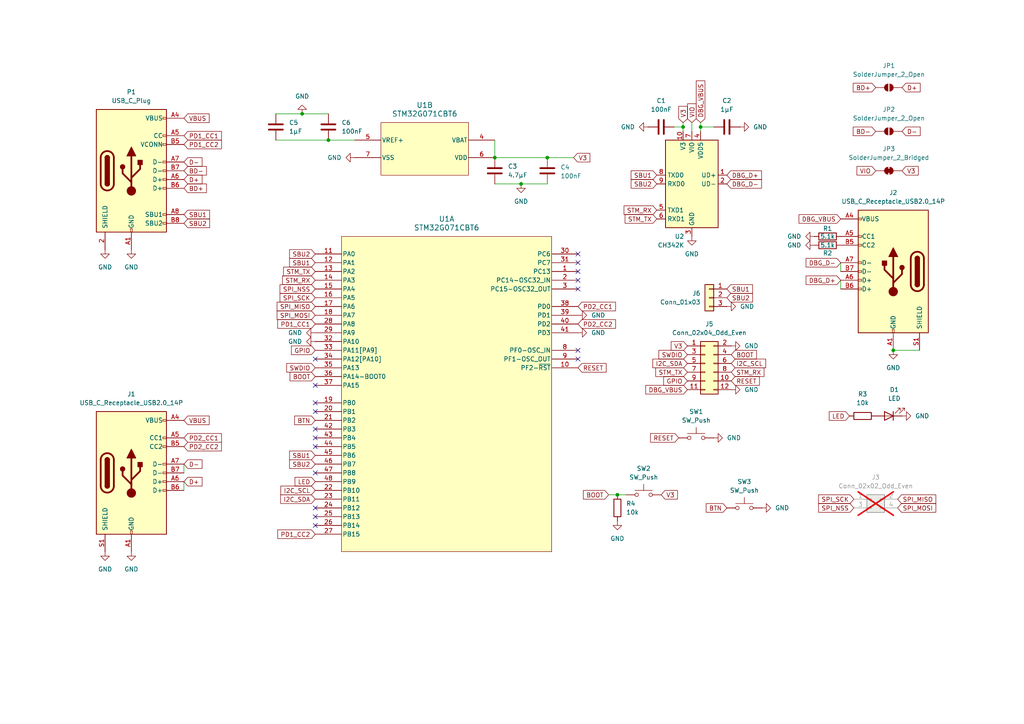
<source format=kicad_sch>
(kicad_sch (version 20231120) (generator "eeschema") (generator_version "8.0")
  (paper "A4")
  (lib_symbols
    (symbol "Connector:USB_C_Plug" (pin_names (offset 1.016))
      (property "Reference" "P1" (at 0 33.02 0))
      (property "Value" "USB_C_Plug" (at 0 30.48 0))
      (symbol "USB_C_Plug_0_0"
        (rectangle (start -0.254 -6.604) (end 0.254 -7.62))
        (rectangle (start 9.144 5.334) (end 10.16 4.826))
        (rectangle (start 9.144 7.874) (end 10.16 7.366))
        (rectangle (start 9.144 10.414) (end 10.16 9.906))
        (rectangle (start 9.144 12.954) (end 10.16 12.446))
        (rectangle (start 9.144 18.034) (end 10.16 17.526))
        (rectangle (start 10.16 -4.826) (end 9.144 -5.334))
        (rectangle (start 10.16 -2.286) (end 9.144 -2.794))
        (rectangle (start 10.16 20.574) (end 9.144 20.066))
        (rectangle (start 10.16 25.654) (end 9.144 25.146))
      )
      (symbol "USB_C_Plug_0_1"
        (rectangle (start -10.16 27.94) (end 10.16 -7.62) (stroke (width 0.254)) (fill (type background)))
        (arc (start -8.89 6.35) (mid -6.985 4.4533) (end -5.08 6.35) (stroke (width 0.508)))
        (arc (start -7.62 6.35) (mid -6.985 5.7177) (end -6.35 6.35) (stroke (width 0.254)))
        (arc (start -7.62 6.35) (mid -6.985 5.7177) (end -6.35 6.35) (stroke (width 0.254)) (fill (type outline)))
        (rectangle (start -7.62 6.35) (end -6.35 13.97) (stroke (width 0.254)) (fill (type outline)))
        (arc (start -6.35 13.97) (mid -6.985 14.6023) (end -7.62 13.97) (stroke (width 0.254)))
        (arc (start -6.35 13.97) (mid -6.985 14.6023) (end -7.62 13.97) (stroke (width 0.254)) (fill (type outline)))
        (arc (start -5.08 13.97) (mid -6.985 15.8667) (end -8.89 13.97) (stroke (width 0.508)))
        (polyline (pts (xy -8.89 6.35) (xy -8.89 13.97)) (stroke (width 0.508)))
        (polyline (pts (xy -5.08 13.97) (xy -5.08 6.35)) (stroke (width 0.508)))
      )
      (symbol "USB_C_Plug_1_1"
        (circle (center -2.54 11.303) (radius 0.635) (stroke (width 0.254)) (fill (type outline)))
        (polyline (pts (xy 0 4.318) (xy 0 14.478)) (stroke (width 0.508)))
        (polyline (pts (xy 0 6.858) (xy -2.54 9.398) (xy -2.54 10.668)) (stroke (width 0.508)))
        (polyline (pts (xy 0 8.128) (xy 2.54 10.668) (xy 2.54 11.938)) (stroke (width 0.508)))
        (polyline (pts (xy -1.27 14.478) (xy 0 17.018) (xy 1.27 14.478) (xy -1.27 14.478)) (stroke (width 0.254)) (fill (type outline)))
        (circle (center 0 4.318) (radius 1.27) (fill (type outline)))
        (rectangle (start 1.905 11.938) (end 3.175 13.208) (stroke (width 0.254)) (fill (type outline)))
        (pin passive line (at -7.62 -12.7 90) (length 5.08) (name "SHIELD") (number "2"))
        (pin passive line (at -7.62 -12.7 90) (length 5.08) hide (name "SHIELD") (number "3"))
        (pin passive line (at 0 -12.7 90) (length 5.08) (name "GND") (number "A1"))
        (pin passive line (at 0 -12.7 90) (length 5.08) hide (name "GND") (number "A12"))
        (pin passive line (at 15.24 25.4 180) (length 5.08) (name "VBUS") (number "A4"))
        (pin bidirectional line (at 15.24 20.32 180) (length 5.08) (name "CC") (number "A5"))
        (pin bidirectional line (at 15.24 7.62 180) (length 5.08) (name "D+") (number "A6"))
        (pin bidirectional line (at 15.24 12.7 180) (length 5.08) (name "D-") (number "A7"))
        (pin bidirectional line (at 15.24 -2.54 180) (length 5.08) (name "SBU1") (number "A8"))
        (pin passive line (at 15.24 25.4 180) (length 5.08) hide (name "VBUS") (number "A9"))
        (pin passive line (at 0 -12.7 90) (length 5.08) hide (name "GND") (number "B1"))
        (pin passive line (at 0 -12.7 90) (length 5.08) hide (name "GND") (number "B12"))
        (pin passive line (at 15.24 25.4 180) (length 5.08) hide (name "VBUS") (number "B4"))
        (pin bidirectional line (at 15.24 17.78 180) (length 5.08) (name "VCONN") (number "B5"))
        (pin bidirectional line (at 15.24 5.08 180) (length 5.08) (name "D+") (number "B6"))
        (pin bidirectional line (at 15.24 10.16 180) (length 5.08) (name "D-") (number "B7"))
        (pin bidirectional line (at 15.24 -5.08 180) (length 5.08) (name "SBU2") (number "B8"))
        (pin passive line (at 15.24 25.4 180) (length 5.08) hide (name "VBUS") (number "B9"))
      )
    )
    (symbol "Connector:USB_C_Receptacle_USB2.0_14P" (pin_names (offset 1.016))
      (property "Reference" "J2" (at 0 22.86 0))
      (property "Value" "USB_C_Receptacle_USB2.0_14P" (at 0 20.32 0))
      (symbol "USB_C_Receptacle_USB2.0_14P_0_0"
        (rectangle (start -0.254 -17.78) (end 0.254 -16.764))
        (rectangle (start 10.16 -4.826) (end 9.144 -5.334))
        (rectangle (start 10.16 -2.286) (end 9.144 -2.794))
        (rectangle (start 10.16 0.254) (end 9.144 -0.254))
        (rectangle (start 10.16 2.794) (end 9.144 2.286))
        (rectangle (start 10.16 7.874) (end 9.144 7.366))
        (rectangle (start 10.16 10.414) (end 9.144 9.906))
        (rectangle (start 10.16 15.494) (end 9.144 14.986))
      )
      (symbol "USB_C_Receptacle_USB2.0_14P_0_1"
        (rectangle (start -10.16 17.78) (end 10.16 -17.78) (stroke (width 0.254)) (fill (type background)))
        (arc (start -8.89 -3.81) (mid -6.985 -5.7067) (end -5.08 -3.81) (stroke (width 0.508)))
        (arc (start -7.62 -3.81) (mid -6.985 -4.4423) (end -6.35 -3.81) (stroke (width 0.254)))
        (arc (start -7.62 -3.81) (mid -6.985 -4.4423) (end -6.35 -3.81) (stroke (width 0.254)) (fill (type outline)))
        (rectangle (start -7.62 -3.81) (end -6.35 3.81) (stroke (width 0.254)) (fill (type outline)))
        (arc (start -6.35 3.81) (mid -6.985 4.4423) (end -7.62 3.81) (stroke (width 0.254)))
        (arc (start -6.35 3.81) (mid -6.985 4.4423) (end -7.62 3.81) (stroke (width 0.254)) (fill (type outline)))
        (arc (start -5.08 3.81) (mid -6.985 5.7067) (end -8.89 3.81) (stroke (width 0.508)))
        (circle (center -2.54 1.143) (radius 0.635) (stroke (width 0.254)) (fill (type outline)))
        (circle (center 0 -5.842) (radius 1.27) (fill (type outline)))
        (polyline (pts (xy -8.89 -3.81) (xy -8.89 3.81)) (stroke (width 0.508)))
        (polyline (pts (xy -5.08 3.81) (xy -5.08 -3.81)) (stroke (width 0.508)))
        (polyline (pts (xy 0 -5.842) (xy 0 4.318)) (stroke (width 0.508)))
        (polyline (pts (xy 0 -3.302) (xy -2.54 -0.762) (xy -2.54 0.508)) (stroke (width 0.508)))
        (polyline (pts (xy 0 -2.032) (xy 2.54 0.508) (xy 2.54 1.778)) (stroke (width 0.508)))
        (polyline (pts (xy -1.27 4.318) (xy 0 6.858) (xy 1.27 4.318) (xy -1.27 4.318)) (stroke (width 0.254)) (fill (type outline)))
        (rectangle (start 1.905 1.778) (end 3.175 3.048) (stroke (width 0.254)) (fill (type outline)))
      )
      (symbol "USB_C_Receptacle_USB2.0_14P_1_1"
        (pin passive line (at 0 -22.86 90) (length 5.08) (name "GND") (number "A1"))
        (pin passive line (at 15.24 15.24 180) (length 5.08) (name "VBUS") (number "A4"))
        (pin bidirectional line (at 15.24 10.16 180) (length 5.08) (name "CC1") (number "A5"))
        (pin bidirectional line (at 15.24 -2.54 180) (length 5.08) (name "D+") (number "A6"))
        (pin bidirectional line (at 15.24 2.54 180) (length 5.08) (name "D-") (number "A7"))
        (pin passive line (at 0 -22.86 90) (length 5.08) hide (name "GND") (number "B1"))
        (pin passive line (at 15.24 15.24 180) (length 5.08) hide (name "VBUS") (number "B4"))
        (pin bidirectional line (at 15.24 7.62 180) (length 5.08) (name "CC2") (number "B5"))
        (pin bidirectional line (at 15.24 -5.08 180) (length 5.08) (name "D+") (number "B6"))
        (pin bidirectional line (at 15.24 0 180) (length 5.08) (name "D-") (number "B7"))
        (pin passive line (at -7.62 -22.86 90) (length 5.08) (name "SHIELD") (number "S1"))
      )
    )
    (symbol "Connector_Generic:Conn_01x03" (pin_names (offset 1.016) hide)
      (property "Reference" "J" (at 0 5.08 0))
      (property "Value" "Conn_01x03" (at 0 -5.08 0))
      (symbol "Conn_01x03_1_1"
        (rectangle (start -1.27 -2.413) (end 0 -2.667) (stroke (width 0.1524)))
        (rectangle (start -1.27 0.127) (end 0 -0.127) (stroke (width 0.1524)))
        (rectangle (start -1.27 2.667) (end 0 2.413) (stroke (width 0.1524)))
        (rectangle (start -1.27 3.81) (end 1.27 -3.81) (stroke (width 0.254)) (fill (type background)))
        (pin passive line (at -5.08 2.54 0) (length 3.81) (name "Pin_1") (number "1"))
        (pin passive line (at -5.08 0 0) (length 3.81) (name "Pin_2") (number "2"))
        (pin passive line (at -5.08 -2.54 0) (length 3.81) (name "Pin_3") (number "3"))
      )
    )
    (symbol "Connector_Generic:Conn_02x02_Odd_Even" (pin_names (offset 1.016) hide)
      (property "Reference" "J" (at 1.27 2.54 0))
      (property "Value" "Conn_02x02_Odd_Even" (at 1.27 -5.08 0))
      (symbol "Conn_02x02_Odd_Even_1_1"
        (rectangle (start -1.27 -2.413) (end 0 -2.667) (stroke (width 0.1524)))
        (rectangle (start -1.27 0.127) (end 0 -0.127) (stroke (width 0.1524)))
        (rectangle (start -1.27 1.27) (end 3.81 -3.81) (stroke (width 0.254)) (fill (type background)))
        (rectangle (start 3.81 -2.413) (end 2.54 -2.667) (stroke (width 0.1524)))
        (rectangle (start 3.81 0.127) (end 2.54 -0.127) (stroke (width 0.1524)))
        (pin passive line (at -5.08 0 0) (length 3.81) (name "Pin_1") (number "1"))
        (pin passive line (at 7.62 0 180) (length 3.81) (name "Pin_2") (number "2"))
        (pin passive line (at -5.08 -2.54 0) (length 3.81) (name "Pin_3") (number "3"))
        (pin passive line (at 7.62 -2.54 180) (length 3.81) (name "Pin_4") (number "4"))
      )
    )
    (symbol "Connector_Generic:Conn_02x06_Odd_Even" (pin_names (offset 1.016) hide)
      (property "Reference" "J" (at 1.27 7.62 0))
      (property "Value" "Conn_02x06_Odd_Even" (at 1.27 -10.16 0))
      (symbol "Conn_02x06_Odd_Even_1_1"
        (rectangle (start -1.27 -7.493) (end 0 -7.747) (stroke (width 0.1524)))
        (rectangle (start -1.27 -4.953) (end 0 -5.207) (stroke (width 0.1524)))
        (rectangle (start -1.27 -2.413) (end 0 -2.667) (stroke (width 0.1524)))
        (rectangle (start -1.27 0.127) (end 0 -0.127) (stroke (width 0.1524)))
        (rectangle (start -1.27 2.667) (end 0 2.413) (stroke (width 0.1524)))
        (rectangle (start -1.27 5.207) (end 0 4.953) (stroke (width 0.1524)))
        (rectangle (start -1.27 6.35) (end 3.81 -8.89) (stroke (width 0.254)) (fill (type background)))
        (rectangle (start 3.81 -7.493) (end 2.54 -7.747) (stroke (width 0.1524)))
        (rectangle (start 3.81 -4.953) (end 2.54 -5.207) (stroke (width 0.1524)))
        (rectangle (start 3.81 -2.413) (end 2.54 -2.667) (stroke (width 0.1524)))
        (rectangle (start 3.81 0.127) (end 2.54 -0.127) (stroke (width 0.1524)))
        (rectangle (start 3.81 2.667) (end 2.54 2.413) (stroke (width 0.1524)))
        (rectangle (start 3.81 5.207) (end 2.54 4.953) (stroke (width 0.1524)))
        (pin passive line (at -5.08 5.08 0) (length 3.81) (name "Pin_1") (number "1"))
        (pin passive line (at 7.62 -5.08 180) (length 3.81) (name "Pin_10") (number "10"))
        (pin passive line (at -5.08 -7.62 0) (length 3.81) (name "Pin_11") (number "11"))
        (pin passive line (at 7.62 -7.62 180) (length 3.81) (name "Pin_12") (number "12"))
        (pin passive line (at 7.62 5.08 180) (length 3.81) (name "Pin_2") (number "2"))
        (pin passive line (at -5.08 2.54 0) (length 3.81) (name "Pin_3") (number "3"))
        (pin passive line (at 7.62 2.54 180) (length 3.81) (name "Pin_4") (number "4"))
        (pin passive line (at -5.08 0 0) (length 3.81) (name "Pin_5") (number "5"))
        (pin passive line (at 7.62 0 180) (length 3.81) (name "Pin_6") (number "6"))
        (pin passive line (at -5.08 -2.54 0) (length 3.81) (name "Pin_7") (number "7"))
        (pin passive line (at 7.62 -2.54 180) (length 3.81) (name "Pin_8") (number "8"))
        (pin passive line (at -5.08 -5.08 0) (length 3.81) (name "Pin_9") (number "9"))
      )
    )
    (symbol "Debubo:STM32G071CBT6" (pin_names (offset 0.254))
      (property "Reference" "U" (at 38.1 10.16 0))
      (property "Value" "STM32G071CBT6" (at 38.1 7.62 0))
      (symbol "STM32G071CBT6_1_1"
        (rectangle (start 7.62 5.08) (end 68.58 -86.36) (fill (type background)))
        (pin bidirectional line (at 76.2 -5.08 180) (length 7.62) (name "PC13") (number "1"))
        (pin bidirectional line (at 76.2 -33.02 180) (length 7.62) (name "PF2-~{RST}") (number "10"))
        (pin bidirectional line (at 0 0 0) (length 7.62) (name "PA0") (number "11"))
        (pin bidirectional line (at 0 -2.54 0) (length 7.62) (name "PA1") (number "12"))
        (pin bidirectional line (at 0 -5.08 0) (length 7.62) (name "PA2") (number "13"))
        (pin bidirectional line (at 0 -7.62 0) (length 7.62) (name "PA3") (number "14"))
        (pin bidirectional line (at 0 -10.16 0) (length 7.62) (name "PA4") (number "15"))
        (pin bidirectional line (at 0 -12.7 0) (length 7.62) (name "PA5") (number "16"))
        (pin bidirectional line (at 0 -15.24 0) (length 7.62) (name "PA6") (number "17"))
        (pin bidirectional line (at 0 -17.78 0) (length 7.62) (name "PA7") (number "18"))
        (pin bidirectional line (at 0 -43.18 0) (length 7.62) (name "PB0") (number "19"))
        (pin bidirectional line (at 76.2 -7.62 180) (length 7.62) (name "PC14-OSC32_IN") (number "2"))
        (pin bidirectional line (at 0 -45.72 0) (length 7.62) (name "PB1") (number "20"))
        (pin bidirectional line (at 0 -48.26 0) (length 7.62) (name "PB2") (number "21"))
        (pin bidirectional line (at 0 -68.58 0) (length 7.62) (name "PB10") (number "22"))
        (pin bidirectional line (at 0 -71.12 0) (length 7.62) (name "PB11") (number "23"))
        (pin bidirectional line (at 0 -73.66 0) (length 7.62) (name "PB12") (number "24"))
        (pin bidirectional line (at 0 -76.2 0) (length 7.62) (name "PB13") (number "25"))
        (pin bidirectional line (at 0 -78.74 0) (length 7.62) (name "PB14") (number "26"))
        (pin bidirectional line (at 0 -81.28 0) (length 7.62) (name "PB15") (number "27"))
        (pin bidirectional line (at 0 -20.32 0) (length 7.62) (name "PA8") (number "28"))
        (pin bidirectional line (at 0 -22.86 0) (length 7.62) (name "PA9") (number "29"))
        (pin bidirectional line (at 76.2 -10.16 180) (length 7.62) (name "PC15-OSC32_OUT") (number "3"))
        (pin bidirectional line (at 76.2 0 180) (length 7.62) (name "PC6") (number "30"))
        (pin bidirectional line (at 76.2 -2.54 180) (length 7.62) (name "PC7") (number "31"))
        (pin bidirectional line (at 0 -25.4 0) (length 7.62) (name "PA10") (number "32"))
        (pin bidirectional line (at 0 -27.94 0) (length 7.62) (name "PA11[PA9]") (number "33"))
        (pin bidirectional line (at 0 -30.48 0) (length 7.62) (name "PA12[PA10]") (number "34"))
        (pin bidirectional line (at 0 -33.02 0) (length 7.62) (name "PA13") (number "35"))
        (pin bidirectional line (at 0 -35.56 0) (length 7.62) (name "PA14-BOOT0") (number "36"))
        (pin bidirectional line (at 0 -38.1 0) (length 7.62) (name "PA15") (number "37"))
        (pin bidirectional line (at 76.2 -15.24 180) (length 7.62) (name "PD0") (number "38"))
        (pin bidirectional line (at 76.2 -17.78 180) (length 7.62) (name "PD1") (number "39"))
        (pin bidirectional line (at 76.2 -20.32 180) (length 7.62) (name "PD2") (number "40"))
        (pin bidirectional line (at 76.2 -22.86 180) (length 7.62) (name "PD3") (number "41"))
        (pin bidirectional line (at 0 -50.8 0) (length 7.62) (name "PB3") (number "42"))
        (pin bidirectional line (at 0 -53.34 0) (length 7.62) (name "PB4") (number "43"))
        (pin bidirectional line (at 0 -55.88 0) (length 7.62) (name "PB5") (number "44"))
        (pin bidirectional line (at 0 -58.42 0) (length 7.62) (name "PB6") (number "45"))
        (pin bidirectional line (at 0 -60.96 0) (length 7.62) (name "PB7") (number "46"))
        (pin bidirectional line (at 0 -63.5 0) (length 7.62) (name "PB8") (number "47"))
        (pin bidirectional line (at 0 -66.04 0) (length 7.62) (name "PB9") (number "48"))
        (pin bidirectional line (at 76.2 -27.94 180) (length 7.62) (name "PF0-OSC_IN") (number "8"))
        (pin bidirectional line (at 76.2 -30.48 180) (length 7.62) (name "PF1-OSC_OUT") (number "9"))
      )
      (symbol "STM32G071CBT6_2_1"
        (rectangle (start 7.62 5.08) (end 33.02 -10.16) (fill (type background)))
        (pin power_in line (at 40.64 0 180) (length 7.62) (name "VBAT") (number "4"))
        (pin power_in line (at 0 0 0) (length 7.62) (name "VREF+") (number "5"))
        (pin power_in line (at 40.64 -5.08 180) (length 7.62) (name "VDD") (number "6"))
        (pin power_in line (at 0 -5.08 0) (length 7.62) (name "VSS") (number "7"))
      )
    )
    (symbol "Device:C" (pin_numbers hide) (pin_names (offset 0.254))
      (property "Reference" "C" (at 0.635 2.54 0))
      (property "Value" "C" (at 0.635 -2.54 0))
      (symbol "C_0_1"
        (polyline (pts (xy -2.032 -0.762) (xy 2.032 -0.762)) (stroke (width 0.508)))
        (polyline (pts (xy -2.032 0.762) (xy 2.032 0.762)) (stroke (width 0.508)))
      )
      (symbol "C_1_1"
        (pin passive line (at 0 3.81 270) (length 2.794) (name "~") (number "1"))
        (pin passive line (at 0 -3.81 90) (length 2.794) (name "~") (number "2"))
      )
    )
    (symbol "Device:LED" (pin_numbers hide) (pin_names (offset 1.016) hide)
      (property "Reference" "D" (at 0 2.54 0))
      (property "Value" "LED" (at 0 -2.54 0))
      (symbol "LED_0_1"
        (polyline (pts (xy -1.27 -1.27) (xy -1.27 1.27)) (stroke (width 0.254)))
        (polyline (pts (xy -1.27 0) (xy 1.27 0)))
        (polyline (pts (xy 1.27 -1.27) (xy 1.27 1.27) (xy -1.27 0) (xy 1.27 -1.27)) (stroke (width 0.254)))
        (polyline (pts (xy -3.048 -0.762) (xy -4.572 -2.286) (xy -3.81 -2.286) (xy -4.572 -2.286) (xy -4.572 -1.524)))
        (polyline (pts (xy -1.778 -0.762) (xy -3.302 -2.286) (xy -2.54 -2.286) (xy -3.302 -2.286) (xy -3.302 -1.524)))
      )
      (symbol "LED_1_1"
        (pin passive line (at -3.81 0 0) (length 2.54) (name "K") (number "1"))
        (pin passive line (at 3.81 0 180) (length 2.54) (name "A") (number "2"))
      )
    )
    (symbol "Device:R" (pin_numbers hide) (pin_names (offset 0))
      (property "Reference" "R" (at 2.032 0 90))
      (property "Value" "R" (at 0 0 90))
      (symbol "R_0_1"
        (rectangle (start -1.016 -2.54) (end 1.016 2.54) (stroke (width 0.254)))
      )
      (symbol "R_1_1"
        (pin passive line (at 0 3.81 270) (length 1.27) (name "~") (number "1"))
        (pin passive line (at 0 -3.81 90) (length 1.27) (name "~") (number "2"))
      )
    )
    (symbol "Interface_USB:CH340K"
      (property "Reference" "U2" (at 2.1941 -15.24 0))
      (property "Value" "CH342K" (at 2.1941 -17.78 0))
      (symbol "CH340K_0_1"
        (rectangle (start -7.62 12.7) (end 7.62 -12.7) (stroke (width 0.254)) (fill (type background)))
      )
      (symbol "CH340K_1_0"
        (pin passive line (at 0 -15.24 90) (length 2.54) hide (name "GND") (number "11"))
      )
      (symbol "CH340K_1_1"
        (pin bidirectional line (at -10.16 2.54 0) (length 2.54) (name "UD+") (number "1"))
        (pin passive line (at 2.54 15.24 270) (length 2.54) (name "V3") (number "10"))
        (pin bidirectional line (at -10.16 0 0) (length 2.54) (name "UD-") (number "2"))
        (pin power_in line (at 0 -15.24 90) (length 2.54) (name "GND") (number "3"))
        (pin power_in line (at -2.54 15.24 270) (length 2.54) (name "VDD5") (number "4"))
        (pin output line (at 10.16 -7.62 180) (length 2.54) (name "TXD1") (number "5"))
        (pin input line (at 10.16 -10.16 180) (length 2.54) (name "RXD1") (number "6"))
        (pin power_in line (at 0 15.24 270) (length 2.54) (name "VIO") (number "7"))
        (pin output line (at 10.16 2.54 180) (length 2.54) (name "TXD0") (number "8"))
        (pin input line (at 10.16 0 180) (length 2.54) (name "RXD0") (number "9"))
      )
    )
    (symbol "Jumper:SolderJumper_2_Bridged" (pin_numbers hide) (pin_names (offset 0) hide) (exclude_from_sim yes) (in_bom no)
      (property "Reference" "JP" (at 0 2.032 0))
      (property "Value" "SolderJumper_2_Bridged" (at 0 -2.54 0))
      (symbol "SolderJumper_2_Bridged_0_1"
        (rectangle (start -0.508 0.508) (end 0.508 -0.508) (fill (type outline)))
        (arc (start -0.254 1.016) (mid -1.2656 0) (end -0.254 -1.016))
        (arc (start -0.254 1.016) (mid -1.2656 0) (end -0.254 -1.016) (fill (type outline)))
        (polyline (pts (xy -0.254 1.016) (xy -0.254 -1.016)))
        (polyline (pts (xy 0.254 1.016) (xy 0.254 -1.016)))
        (arc (start 0.254 -1.016) (mid 1.2656 0) (end 0.254 1.016))
        (arc (start 0.254 -1.016) (mid 1.2656 0) (end 0.254 1.016) (fill (type outline)))
      )
      (symbol "SolderJumper_2_Bridged_1_1"
        (pin passive line (at -3.81 0 0) (length 2.54) (name "A") (number "1"))
        (pin passive line (at 3.81 0 180) (length 2.54) (name "B") (number "2"))
      )
    )
    (symbol "Jumper:SolderJumper_2_Open" (pin_numbers hide) (pin_names (offset 0) hide) (exclude_from_sim yes) (in_bom no)
      (property "Reference" "JP" (at 0 2.032 0))
      (property "Value" "SolderJumper_2_Open" (at 0 -2.54 0))
      (symbol "SolderJumper_2_Open_0_1"
        (arc (start -0.254 1.016) (mid -1.2656 0) (end -0.254 -1.016))
        (arc (start -0.254 1.016) (mid -1.2656 0) (end -0.254 -1.016) (fill (type outline)))
        (polyline (pts (xy -0.254 1.016) (xy -0.254 -1.016)))
        (polyline (pts (xy 0.254 1.016) (xy 0.254 -1.016)))
        (arc (start 0.254 -1.016) (mid 1.2656 0) (end 0.254 1.016))
        (arc (start 0.254 -1.016) (mid 1.2656 0) (end 0.254 1.016) (fill (type outline)))
      )
      (symbol "SolderJumper_2_Open_1_1"
        (pin passive line (at -3.81 0 0) (length 2.54) (name "A") (number "1"))
        (pin passive line (at 3.81 0 180) (length 2.54) (name "B") (number "2"))
      )
    )
    (symbol "Switch:SW_Push" (pin_numbers hide) (pin_names (offset 1.016) hide)
      (property "Reference" "SW" (at 1.27 2.54 0))
      (property "Value" "SW_Push" (at 0 -1.524 0))
      (symbol "SW_Push_0_1"
        (circle (center -2.032 0) (radius 0.508))
        (polyline (pts (xy 0 1.27) (xy 0 3.048)))
        (polyline (pts (xy 2.54 1.27) (xy -2.54 1.27)))
        (circle (center 2.032 0) (radius 0.508))
        (pin passive line (at -5.08 0 0) (length 2.54) (name "1") (number "1"))
        (pin passive line (at 5.08 0 180) (length 2.54) (name "2") (number "2"))
      )
    )
    (symbol "USB_C_Receptacle_USB2.0_14P_1" (pin_names (offset 1.016))
      (property "Reference" "J1" (at 0 22.86 0))
      (property "Value" "USB_C_Receptacle_USB2.0_14P" (at 0 20.32 0))
      (symbol "USB_C_Receptacle_USB2.0_14P_1_0_0"
        (rectangle (start -0.254 -17.78) (end 0.254 -16.764))
        (rectangle (start 10.16 -4.826) (end 9.144 -5.334))
        (rectangle (start 10.16 -2.286) (end 9.144 -2.794))
        (rectangle (start 10.16 0.254) (end 9.144 -0.254))
        (rectangle (start 10.16 2.794) (end 9.144 2.286))
        (rectangle (start 10.16 7.874) (end 9.144 7.366))
        (rectangle (start 10.16 10.414) (end 9.144 9.906))
        (rectangle (start 10.16 15.494) (end 9.144 14.986))
      )
      (symbol "USB_C_Receptacle_USB2.0_14P_1_0_1"
        (rectangle (start -10.16 17.78) (end 10.16 -17.78) (stroke (width 0.254)) (fill (type background)))
        (arc (start -8.89 -3.81) (mid -6.985 -5.7067) (end -5.08 -3.81) (stroke (width 0.508)))
        (arc (start -7.62 -3.81) (mid -6.985 -4.4423) (end -6.35 -3.81) (stroke (width 0.254)))
        (arc (start -7.62 -3.81) (mid -6.985 -4.4423) (end -6.35 -3.81) (stroke (width 0.254)) (fill (type outline)))
        (rectangle (start -7.62 -3.81) (end -6.35 3.81) (stroke (width 0.254)) (fill (type outline)))
        (arc (start -6.35 3.81) (mid -6.985 4.4423) (end -7.62 3.81) (stroke (width 0.254)))
        (arc (start -6.35 3.81) (mid -6.985 4.4423) (end -7.62 3.81) (stroke (width 0.254)) (fill (type outline)))
        (arc (start -5.08 3.81) (mid -6.985 5.7067) (end -8.89 3.81) (stroke (width 0.508)))
        (circle (center -2.54 1.143) (radius 0.635) (stroke (width 0.254)) (fill (type outline)))
        (circle (center 0 -5.842) (radius 1.27) (fill (type outline)))
        (polyline (pts (xy -8.89 -3.81) (xy -8.89 3.81)) (stroke (width 0.508)))
        (polyline (pts (xy -5.08 3.81) (xy -5.08 -3.81)) (stroke (width 0.508)))
        (polyline (pts (xy 0 -5.842) (xy 0 4.318)) (stroke (width 0.508)))
        (polyline (pts (xy 0 -3.302) (xy -2.54 -0.762) (xy -2.54 0.508)) (stroke (width 0.508)))
        (polyline (pts (xy 0 -2.032) (xy 2.54 0.508) (xy 2.54 1.778)) (stroke (width 0.508)))
        (polyline (pts (xy -1.27 4.318) (xy 0 6.858) (xy 1.27 4.318) (xy -1.27 4.318)) (stroke (width 0.254)) (fill (type outline)))
        (rectangle (start 1.905 1.778) (end 3.175 3.048) (stroke (width 0.254)) (fill (type outline)))
      )
      (symbol "USB_C_Receptacle_USB2.0_14P_1_1_1"
        (pin passive line (at 0 -22.86 90) (length 5.08) (name "GND") (number "A1"))
        (pin passive line (at 15.24 15.24 180) (length 5.08) (name "VBUS") (number "A4"))
        (pin bidirectional line (at 15.24 10.16 180) (length 5.08) (name "CC1") (number "A5"))
        (pin bidirectional line (at 15.24 -2.54 180) (length 5.08) (name "D+") (number "A6"))
        (pin bidirectional line (at 15.24 2.54 180) (length 5.08) (name "D-") (number "A7"))
        (pin passive line (at 0 -22.86 90) (length 5.08) hide (name "GND") (number "B1"))
        (pin passive line (at 15.24 15.24 180) (length 5.08) hide (name "VBUS") (number "B4"))
        (pin bidirectional line (at 15.24 7.62 180) (length 5.08) (name "CC2") (number "B5"))
        (pin bidirectional line (at 15.24 -5.08 180) (length 5.08) (name "D+") (number "B6"))
        (pin bidirectional line (at 15.24 0 180) (length 5.08) (name "D-") (number "B7"))
        (pin passive line (at -7.62 -22.86 90) (length 5.08) (name "SHIELD") (number "S1"))
      )
    )
    (symbol "power:GND" (power) (pin_numbers hide) (pin_names (offset 0) hide)
      (property "Value" "GND" (at 0 -3.81 0))
      (symbol "GND_0_1"
        (polyline (pts (xy 0 0) (xy 0 -1.27) (xy 1.27 -1.27) (xy 0 -2.54) (xy -1.27 -1.27) (xy 0 -1.27)))
      )
      (symbol "GND_1_1"
        (pin power_in line (at 0 0 270) (length 0) (name "~") (number "1"))
      )
    )
  )
  (junction (at 198.12 36.83))
  (junction (at 95.25 40.64))
  (junction (at 259.08 101.6))
  (junction (at 87.63 33.02))
  (junction (at 151.13 53.34))
  (junction (at 203.2 36.83))
  (junction (at 143.51 45.72))
  (junction (at 179.07 143.51))
  (junction (at 158.75 45.72))
  (no_connect (at 167.64 81.28))
  (no_connect (at 91.44 116.84))
  (no_connect (at 91.44 111.76))
  (no_connect (at 167.64 83.82))
  (no_connect (at 91.44 124.46))
  (no_connect (at 91.44 152.4))
  (no_connect (at 91.44 127))
  (no_connect (at 167.64 78.74))
  (no_connect (at 91.44 149.86))
  (no_connect (at 91.44 119.38))
  (no_connect (at 167.64 104.14))
  (no_connect (at 167.64 76.2))
  (no_connect (at 91.44 137.16))
  (no_connect (at 91.44 129.54))
  (no_connect (at 167.64 101.6))
  (no_connect (at 91.44 104.14))
  (no_connect (at 167.64 73.66))
  (no_connect (at 91.44 147.32))
  (wire (pts (xy 198.12 35.56) (xy 198.12 36.83)))
  (wire (pts (xy 95.25 40.64) (xy 102.87 40.64)))
  (wire (pts (xy 200.66 35.56) (xy 200.66 38.1)))
  (wire (pts (xy 143.51 40.64) (xy 143.51 45.72)))
  (wire (pts (xy 53.34 134.62) (xy 53.34 137.16)))
  (wire (pts (xy 143.51 45.72) (xy 158.75 45.72)))
  (wire (pts (xy 143.51 53.34) (xy 151.13 53.34)))
  (wire (pts (xy 80.01 40.64) (xy 95.25 40.64)))
  (wire (pts (xy 53.34 139.7) (xy 53.34 142.24)))
  (wire (pts (xy 243.84 81.28) (xy 243.84 83.82)))
  (wire (pts (xy 203.2 36.83) (xy 203.2 38.1)))
  (wire (pts (xy 87.63 33.02) (xy 95.25 33.02)))
  (wire (pts (xy 151.13 53.34) (xy 158.75 53.34)))
  (wire (pts (xy 243.84 76.2) (xy 243.84 78.74)))
  (wire (pts (xy 259.08 101.6) (xy 266.7 101.6)))
  (wire (pts (xy 203.2 35.56) (xy 203.2 36.83)))
  (wire (pts (xy 207.01 36.83) (xy 203.2 36.83)))
  (wire (pts (xy 195.58 36.83) (xy 198.12 36.83)))
  (wire (pts (xy 198.12 36.83) (xy 198.12 38.1)))
  (wire (pts (xy 158.75 45.72) (xy 166.37 45.72)))
  (wire (pts (xy 179.07 143.51) (xy 181.61 143.51)))
  (wire (pts (xy 80.01 33.02) (xy 87.63 33.02)))
  (wire (pts (xy 176.53 143.51) (xy 179.07 143.51)))
  (global_label "V3" (shape input) (at 199.39 100.33 180) (property "Intersheetrefs" "${INTERSHEET_REFS}" (effects (hide yes))))
  (global_label "BTN" (shape input) (at 91.44 121.92 180) (property "Intersheetrefs" "${INTERSHEET_REFS}" (effects (hide yes))))
  (global_label "BD+" (shape input) (at 53.34 54.61 0) (property "Intersheetrefs" "${INTERSHEET_REFS}" (effects (hide yes))))
  (global_label "DBG_D+" (shape input) (at 210.82 50.8 0) (property "Intersheetrefs" "${INTERSHEET_REFS}" (effects (hide yes))))
  (global_label "SPI_SCK" (shape input) (at 91.44 86.36 180) (property "Intersheetrefs" "${INTERSHEET_REFS}" (effects (hide yes))))
  (global_label "PD1_CC1" (shape input) (at 91.44 93.98 180) (property "Intersheetrefs" "${INTERSHEET_REFS}" (effects (hide yes))))
  (global_label "SBU2" (shape input) (at 91.44 134.62 180) (property "Intersheetrefs" "${INTERSHEET_REFS}" (effects (hide yes))))
  (global_label "RESET" (shape input) (at 196.85 127 180) (property "Intersheetrefs" "${INTERSHEET_REFS}" (effects (hide yes))))
  (global_label "GPIO" (shape input) (at 199.39 110.49 180) (property "Intersheetrefs" "${INTERSHEET_REFS}" (effects (hide yes))))
  (global_label "PD1_CC2" (shape input) (at 53.34 41.91 0) (property "Intersheetrefs" "${INTERSHEET_REFS}" (effects (hide yes))))
  (global_label "STM_TX" (shape input) (at 199.39 107.95 180) (property "Intersheetrefs" "${INTERSHEET_REFS}" (effects (hide yes))))
  (global_label "SPI_MOSI" (shape input) (at 260.35 147.32 0) (property "Intersheetrefs" "${INTERSHEET_REFS}" (effects (hide yes))))
  (global_label "VIO" (shape input) (at 200.66 35.56 90) (property "Intersheetrefs" "${INTERSHEET_REFS}" (effects (hide yes))))
  (global_label "SBU2" (shape input) (at 91.44 73.66 180) (property "Intersheetrefs" "${INTERSHEET_REFS}" (effects (hide yes))))
  (global_label "V3" (shape input) (at 166.37 45.72 0) (property "Intersheetrefs" "${INTERSHEET_REFS}" (effects (hide yes))))
  (global_label "VBUS" (shape input) (at 53.34 121.92 0) (property "Intersheetrefs" "${INTERSHEET_REFS}" (effects (hide yes))))
  (global_label "PD2_CC2" (shape input) (at 53.34 129.54 0) (property "Intersheetrefs" "${INTERSHEET_REFS}" (effects (hide yes))))
  (global_label "I2C_SDA" (shape input) (at 91.44 144.78 180) (property "Intersheetrefs" "${INTERSHEET_REFS}" (effects (hide yes))))
  (global_label "BOOT" (shape input) (at 176.53 143.51 180) (property "Intersheetrefs" "${INTERSHEET_REFS}" (effects (hide yes))))
  (global_label "V3" (shape input) (at 261.62 49.53 0) (property "Intersheetrefs" "${INTERSHEET_REFS}" (effects (hide yes))))
  (global_label "GPIO" (shape input) (at 91.44 101.6 180) (property "Intersheetrefs" "${INTERSHEET_REFS}" (effects (hide yes))))
  (global_label "SPI_MOSI" (shape input) (at 91.44 91.44 180) (property "Intersheetrefs" "${INTERSHEET_REFS}" (effects (hide yes))))
  (global_label "V3" (shape input) (at 191.77 143.51 0) (property "Intersheetrefs" "${INTERSHEET_REFS}" (effects (hide yes))))
  (global_label "SPI_MISO" (shape input) (at 260.35 144.78 0) (property "Intersheetrefs" "${INTERSHEET_REFS}" (effects (hide yes))))
  (global_label "SBU1" (shape input) (at 91.44 132.08 180) (property "Intersheetrefs" "${INTERSHEET_REFS}" (effects (hide yes))))
  (global_label "STM_RX" (shape input) (at 190.5 60.96 180) (property "Intersheetrefs" "${INTERSHEET_REFS}" (effects (hide yes))))
  (global_label "BOOT" (shape input) (at 91.44 109.22 180) (property "Intersheetrefs" "${INTERSHEET_REFS}" (effects (hide yes))))
  (global_label "SBU2" (shape input) (at 53.34 64.77 0) (property "Intersheetrefs" "${INTERSHEET_REFS}" (effects (hide yes))))
  (global_label "RESET" (shape input) (at 212.09 110.49 0) (property "Intersheetrefs" "${INTERSHEET_REFS}" (effects (hide yes))))
  (global_label "LED" (shape input) (at 91.44 139.7 180) (property "Intersheetrefs" "${INTERSHEET_REFS}" (effects (hide yes))))
  (global_label "SPI_NSS" (shape input) (at 91.44 83.82 180) (property "Intersheetrefs" "${INTERSHEET_REFS}" (effects (hide yes))))
  (global_label "I2C_SDA" (shape input) (at 199.39 105.41 180) (property "Intersheetrefs" "${INTERSHEET_REFS}" (effects (hide yes))))
  (global_label "RESET" (shape input) (at 167.64 106.68 0) (property "Intersheetrefs" "${INTERSHEET_REFS}" (effects (hide yes))))
  (global_label "SBU1" (shape input) (at 190.5 50.8 180) (property "Intersheetrefs" "${INTERSHEET_REFS}" (effects (hide yes))))
  (global_label "D-" (shape input) (at 261.62 38.1 0) (property "Intersheetrefs" "${INTERSHEET_REFS}" (effects (hide yes))))
  (global_label "BTN" (shape input) (at 210.82 147.32 180) (property "Intersheetrefs" "${INTERSHEET_REFS}" (effects (hide yes))))
  (global_label "BD+" (shape input) (at 254 25.4 180) (property "Intersheetrefs" "${INTERSHEET_REFS}" (effects (hide yes))))
  (global_label "PD1_CC2" (shape input) (at 91.44 154.94 180) (property "Intersheetrefs" "${INTERSHEET_REFS}" (effects (hide yes))))
  (global_label "D+" (shape input) (at 53.34 139.7 0) (property "Intersheetrefs" "${INTERSHEET_REFS}" (effects (hide yes))))
  (global_label "SPI_MISO" (shape input) (at 91.44 88.9 180) (property "Intersheetrefs" "${INTERSHEET_REFS}" (effects (hide yes))))
  (global_label "VIO" (shape input) (at 254 49.53 180) (property "Intersheetrefs" "${INTERSHEET_REFS}" (effects (hide yes))))
  (global_label "SPI_SCK" (shape input) (at 247.65 144.78 180) (property "Intersheetrefs" "${INTERSHEET_REFS}" (effects (hide yes))))
  (global_label "DBG_D-" (shape input) (at 243.84 76.2 180) (property "Intersheetrefs" "${INTERSHEET_REFS}" (effects (hide yes))))
  (global_label "BD-" (shape input) (at 254 38.1 180) (property "Intersheetrefs" "${INTERSHEET_REFS}" (effects (hide yes))))
  (global_label "V3" (shape input) (at 198.12 35.56 90) (property "Intersheetrefs" "${INTERSHEET_REFS}" (effects (hide yes))))
  (global_label "SBU1" (shape input) (at 53.34 62.23 0) (property "Intersheetrefs" "${INTERSHEET_REFS}" (effects (hide yes))))
  (global_label "SBU1" (shape input) (at 91.44 76.2 180) (property "Intersheetrefs" "${INTERSHEET_REFS}" (effects (hide yes))))
  (global_label "I2C_SCL" (shape input) (at 91.44 142.24 180) (property "Intersheetrefs" "${INTERSHEET_REFS}" (effects (hide yes))))
  (global_label "PD2_CC1" (shape input) (at 167.64 88.9 0) (property "Intersheetrefs" "${INTERSHEET_REFS}" (effects (hide yes))))
  (global_label "DBG_VBUS" (shape input) (at 203.2 35.56 90) (property "Intersheetrefs" "${INTERSHEET_REFS}" (effects (hide yes))))
  (global_label "PD2_CC2" (shape input) (at 167.64 93.98 0) (property "Intersheetrefs" "${INTERSHEET_REFS}" (effects (hide yes))))
  (global_label "BD-" (shape input) (at 53.34 49.53 0) (property "Intersheetrefs" "${INTERSHEET_REFS}" (effects (hide yes))))
  (global_label "STM_TX" (shape input) (at 91.44 78.74 180) (property "Intersheetrefs" "${INTERSHEET_REFS}" (effects (hide yes))))
  (global_label "DBG_VBUS" (shape input) (at 243.84 63.5 180) (property "Intersheetrefs" "${INTERSHEET_REFS}" (effects (hide yes))))
  (global_label "DBG_D-" (shape input) (at 210.82 53.34 0) (property "Intersheetrefs" "${INTERSHEET_REFS}" (effects (hide yes))))
  (global_label "SWDIO" (shape input) (at 91.44 106.68 180) (property "Intersheetrefs" "${INTERSHEET_REFS}" (effects (hide yes))))
  (global_label "VBUS" (shape input) (at 53.34 34.29 0) (property "Intersheetrefs" "${INTERSHEET_REFS}" (effects (hide yes))))
  (global_label "SWDIO" (shape input) (at 199.39 102.87 180) (property "Intersheetrefs" "${INTERSHEET_REFS}" (effects (hide yes))))
  (global_label "SBU2" (shape input) (at 190.5 53.34 180) (property "Intersheetrefs" "${INTERSHEET_REFS}" (effects (hide yes))))
  (global_label "DBG_D+" (shape input) (at 243.84 81.28 180) (property "Intersheetrefs" "${INTERSHEET_REFS}" (effects (hide yes))))
  (global_label "PD2_CC1" (shape input) (at 53.34 127 0) (property "Intersheetrefs" "${INTERSHEET_REFS}" (effects (hide yes))))
  (global_label "SPI_NSS" (shape input) (at 247.65 147.32 180) (property "Intersheetrefs" "${INTERSHEET_REFS}" (effects (hide yes))))
  (global_label "D-" (shape input) (at 53.34 46.99 0) (property "Intersheetrefs" "${INTERSHEET_REFS}" (effects (hide yes))))
  (global_label "STM_TX" (shape input) (at 190.5 63.5 180) (property "Intersheetrefs" "${INTERSHEET_REFS}" (effects (hide yes))))
  (global_label "D+" (shape input) (at 261.62 25.4 0) (property "Intersheetrefs" "${INTERSHEET_REFS}" (effects (hide yes))))
  (global_label "BOOT" (shape input) (at 212.09 102.87 0) (property "Intersheetrefs" "${INTERSHEET_REFS}" (effects (hide yes))))
  (global_label "STM_RX" (shape input) (at 212.09 107.95 0) (property "Intersheetrefs" "${INTERSHEET_REFS}" (effects (hide yes))))
  (global_label "D+" (shape input) (at 53.34 52.07 0) (property "Intersheetrefs" "${INTERSHEET_REFS}" (effects (hide yes))))
  (global_label "PD1_CC1" (shape input) (at 53.34 39.37 0) (property "Intersheetrefs" "${INTERSHEET_REFS}" (effects (hide yes))))
  (global_label "DBG_VBUS" (shape input) (at 199.39 113.03 180) (property "Intersheetrefs" "${INTERSHEET_REFS}" (effects (hide yes))))
  (global_label "I2C_SCL" (shape input) (at 212.09 105.41 0) (property "Intersheetrefs" "${INTERSHEET_REFS}" (effects (hide yes))))
  (global_label "STM_RX" (shape input) (at 91.44 81.28 180) (property "Intersheetrefs" "${INTERSHEET_REFS}" (effects (hide yes))))
  (global_label "SBU1" (shape input) (at 210.82 83.82 0) (property "Intersheetrefs" "${INTERSHEET_REFS}" (effects (hide yes))))
  (global_label "SBU2" (shape input) (at 210.82 86.36 0) (property "Intersheetrefs" "${INTERSHEET_REFS}" (effects (hide yes))))
  (global_label "D-" (shape input) (at 53.34 134.62 0) (property "Intersheetrefs" "${INTERSHEET_REFS}" (effects (hide yes))))
  (global_label "LED" (shape input) (at 246.38 120.65 180) (property "Intersheetrefs" "${INTERSHEET_REFS}" (effects (hide yes))))
  (symbol (lib_id "Device:R") (at 240.03 68.58 90) (unit 1)
    (property "Reference" "R1" (at 240.03 66.294 90))
    (property "Value" "5.1k" (at 240.03 68.58 90))
    (property "Footprint" "Resistor_SMD:R_1206_3216Metric_Pad1.30x1.75mm_HandSolder" (effects (hide yes)))
    (property "Description" "Resistor" (effects (hide yes)))
    (property "LCSC" "C26033" (effects (hide yes)))
    (property "LCSC (0402)" "C25905" (effects (hide yes)))
    (property "LCSC (0603)" "C23186" (effects (hide yes)))
    (property "LCSC (0805)" "C27834" (effects (hide yes)))
  )
  (symbol (lib_id "power:GND") (at 102.87 45.72 270) (unit 1)
    (property "Reference" "#PWR03" (effects (hide yes)))
    (property "Value" "GND" (at 99.06 45.7199 90) (effects (justify right)))
    (property "Description" "Power symbol creates a global label with name \"GND\" , ground" (effects (hide yes)))
  )
  (symbol (lib_id "Switch:SW_Push") (at 215.9 147.32 0) (unit 1)
    (property "Reference" "SW3" (at 215.9 139.7 0))
    (property "Value" "SW_Push" (at 215.9 142.24 0))
    (property "Footprint" "Button_Switch_SMD:SW_SPST_B3U-1000P" (effects (hide yes)))
    (property "Description" "Push button switch, generic, two pins" (effects (hide yes)))
    (property "LCSC" "C231329" (effects (hide yes)))
  )
  (symbol (lib_id "power:GND") (at 91.44 99.06 270) (unit 1)
    (property "Reference" "#PWR020" (effects (hide yes)))
    (property "Value" "GND" (at 87.63 99.0599 90) (effects (justify right)))
    (property "Description" "Power symbol creates a global label with name \"GND\" , ground" (effects (hide yes)))
  )
  (symbol (lib_id "power:GND") (at 210.82 88.9 90) (mirror x) (unit 1)
    (property "Reference" "#PWR015" (effects (hide yes)))
    (property "Value" "GND" (at 214.63 88.8999 90) (effects (justify right)))
    (property "Description" "Power symbol creates a global label with name \"GND\" , ground" (effects (hide yes)))
  )
  (symbol (lib_id "Device:R") (at 179.07 147.32 180) (unit 1)
    (property "Reference" "R4" (at 181.61 146.0499 0) (effects (justify right)))
    (property "Value" "10k" (at 181.61 148.5899 0) (effects (justify right)))
    (property "Footprint" "Resistor_SMD:R_1206_3216Metric_Pad1.30x1.75mm_HandSolder" (effects (hide yes)))
    (property "Description" "Resistor" (effects (hide yes)))
    (property "LCSC" "C17902" (effects (hide yes)))
    (property "LCSC (0402)" "C25744" (effects (hide yes)))
    (property "LCSC (0603)" "C25804" (effects (hide yes)))
    (property "LCSC (0805)" "C17414" (effects (hide yes)))
  )
  (symbol (lib_id "power:GND") (at 87.63 33.02 180) (unit 1)
    (property "Reference" "#PWR017" (effects (hide yes)))
    (property "Value" "GND" (at 87.63 27.94 0))
    (property "Description" "Power symbol creates a global label with name \"GND\" , ground" (effects (hide yes)))
  )
  (symbol (lib_id "power:GND") (at 236.22 68.58 270) (unit 1)
    (property "Reference" "#PWR018" (effects (hide yes)))
    (property "Value" "GND" (at 232.41 68.5799 90) (effects (justify right)))
    (property "Description" "Power symbol creates a global label with name \"GND\" , ground" (effects (hide yes)))
  )
  (symbol (lib_id "Debubo:STM32G071CBT6") (at 102.87 40.64 0) (unit 2)
    (property "Reference" "U1" (at 123.19 30.48 0) (effects (font (size 1.524 1.524))))
    (property "Value" "STM32G071CBT6" (at 123.19 33.02 0) (effects (font (size 1.524 1.524))))
    (property "Footprint" "Package_QFP:LQFP-48_7x7mm_P0.5mm" (effects (hide yes)))
    (property "Datasheet" "STM32G071CBT6" (effects (hide yes)))
    (property "LCSC" "C432212" (effects (hide yes)))
  )
  (symbol (lib_id "power:GND") (at 212.09 100.33 90) (unit 1)
    (property "Reference" "#PWR016" (effects (hide yes)))
    (property "Value" "GND" (at 215.9 100.3299 90) (effects (justify right)))
    (property "Description" "Power symbol creates a global label with name \"GND\" , ground" (effects (hide yes)))
  )
  (symbol (lib_id "power:GND") (at 30.48 72.39 0) (unit 1)
    (property "Reference" "#PWR025" (effects (hide yes)))
    (property "Value" "GND" (at 30.48 77.47 0))
    (property "Description" "Power symbol creates a global label with name \"GND\" , ground" (effects (hide yes)))
  )
  (symbol (lib_id "Device:C") (at 95.25 36.83 0) (unit 1)
    (property "Reference" "C6" (at 99.06 35.5599 0) (effects (justify left)))
    (property "Value" "100nF" (at 99.06 38.0999 0) (effects (justify left)))
    (property "Footprint" "Capacitor_SMD:C_1206_3216Metric_Pad1.33x1.80mm_HandSolder" (effects (hide yes)))
    (property "Description" "Unpolarized capacitor" (effects (hide yes)))
    (property "LCSC" "C24497" (effects (hide yes)))
  )
  (symbol (lib_id "Switch:SW_Push") (at 201.93 127 0) (unit 1)
    (property "Reference" "SW1" (at 201.93 119.38 0))
    (property "Value" "SW_Push" (at 201.93 121.92 0))
    (property "Footprint" "Button_Switch_SMD:SW_SPST_B3U-1000P" (effects (hide yes)))
    (property "Description" "Push button switch, generic, two pins" (effects (hide yes)))
    (property "LCSC" "C231329" (effects (hide yes)))
  )
  (symbol (lib_id "Interface_USB:CH340K") (at 200.66 53.34 0) (mirror y) (unit 1)
    (property "Reference" "U2" (at 198.4659 68.58 0) (effects (justify left)))
    (property "Value" "CH342K" (at 198.4659 71.12 0) (effects (justify left)))
    (property "Footprint" "Package_SO:SSOP-10-1EP_3.9x4.9mm_P1mm_EP2.1x3.3mm" (effects (hide yes)))
    (property "Datasheet" "https://www.wch-ic.com/downloads/file/295.html" (effects (hide yes)))
    (property "Description" "USB serial converter, dual UART, SSOP-10" (effects (hide yes)))
    (property "LCSC" "C2826608" (effects (hide yes)))
  )
  (symbol (lib_id "Jumper:SolderJumper_2_Open") (at 257.81 25.4 0) (unit 1) (exclude_from_sim yes) (in_bom no)
    (property "Reference" "JP1" (at 257.81 19.05 0))
    (property "Value" "SolderJumper_2_Open" (at 257.81 21.59 0))
    (property "Footprint" "Debubo:SolderJumperSmol" (effects (hide yes)))
    (property "Description" "Solder Jumper, 2-pole, open" (effects (hide yes)))
  )
  (symbol (lib_id "power:GND") (at 167.64 91.44 90) (unit 1)
    (property "Reference" "#PWR011" (effects (hide yes)))
    (property "Value" "GND" (at 171.45 91.4399 90) (effects (justify right)))
    (property "Description" "Power symbol creates a global label with name \"GND\" , ground" (effects (hide yes)))
  )
  (symbol (lib_id "power:GND") (at 187.96 36.83 270) (unit 1)
    (property "Reference" "#PWR06" (effects (hide yes)))
    (property "Value" "GND" (at 184.15 36.8299 90) (effects (justify right)))
    (property "Description" "Power symbol creates a global label with name \"GND\" , ground" (effects (hide yes)))
  )
  (symbol (lib_id "power:GND") (at 214.63 36.83 90) (unit 1)
    (property "Reference" "#PWR07" (effects (hide yes)))
    (property "Value" "GND" (at 218.44 36.8299 90) (effects (justify right)))
    (property "Description" "Power symbol creates a global label with name \"GND\" , ground" (effects (hide yes)))
  )
  (symbol (lib_id "Device:R") (at 240.03 71.12 90) (unit 1)
    (property "Reference" "R2" (at 240.03 73.406 90))
    (property "Value" "5.1k" (at 240.03 71.12 90))
    (property "Footprint" "Resistor_SMD:R_1206_3216Metric_Pad1.30x1.75mm_HandSolder" (effects (hide yes)))
    (property "Description" "Resistor" (effects (hide yes)))
    (property "LCSC" "C26033" (effects (hide yes)))
    (property "LCSC (0402)" "C25905" (effects (hide yes)))
    (property "LCSC (0603)" "C23186" (effects (hide yes)))
    (property "LCSC (0805)" "C27834" (effects (hide yes)))
  )
  (symbol (lib_id "power:GND") (at 200.66 68.58 0) (unit 1)
    (property "Reference" "#PWR04" (effects (hide yes)))
    (property "Value" "GND" (at 200.66 73.66 0))
    (property "Description" "Power symbol creates a global label with name \"GND\" , ground" (effects (hide yes)))
  )
  (symbol (lib_id "power:GND") (at 38.1 72.39 0) (unit 1)
    (property "Reference" "#PWR02" (effects (hide yes)))
    (property "Value" "GND" (at 38.1 77.47 0))
    (property "Description" "Power symbol creates a global label with name \"GND\" , ground" (effects (hide yes)))
  )
  (symbol (lib_id "Device:C") (at 80.01 36.83 180) (unit 1)
    (property "Reference" "C5" (at 83.82 35.5599 0) (effects (justify right)))
    (property "Value" "1µF" (at 83.82 38.0999 0) (effects (justify right)))
    (property "Footprint" "Capacitor_SMD:C_1206_3216Metric_Pad1.33x1.80mm_HandSolder" (effects (hide yes)))
    (property "Description" "Unpolarized capacitor" (effects (hide yes)))
    (property "LCSC" "C1848" (effects (hide yes)))
  )
  (symbol (lib_id "power:GND") (at 259.08 101.6 0) (unit 1)
    (property "Reference" "#PWR05" (effects (hide yes)))
    (property "Value" "GND" (at 259.08 106.68 0))
    (property "Description" "Power symbol creates a global label with name \"GND\" , ground" (effects (hide yes)))
  )
  (symbol (lib_id "power:GND") (at 91.44 96.52 270) (unit 1)
    (property "Reference" "#PWR013" (effects (hide yes)))
    (property "Value" "GND" (at 87.63 96.5199 90) (effects (justify right)))
    (property "Description" "Power symbol creates a global label with name \"GND\" , ground" (effects (hide yes)))
  )
  (symbol (lib_id "Connector_Generic:Conn_01x03") (at 205.74 86.36 0) (mirror y) (unit 1)
    (property "Reference" "J6" (at 203.2 85.0899 0) (effects (justify left)))
    (property "Value" "Conn_01x03" (at 203.2 87.6299 0) (effects (justify left)))
    (property "Footprint" "Connector_PinSocket_2.54mm:PinSocket_1x03_P2.54mm_Vertical" (effects (hide yes)))
    (property "Description" "Generic connector, single row, 01x03, script generated (kicad-library-utils/schlib/autogen/connector/)" (effects (hide yes)))
    (property "LCSC" "C22373889" (effects (hide yes)))
    (property "LCSC (Header)" "C49257" (effects (hide yes)))
  )
  (symbol (lib_id "Device:C") (at 210.82 36.83 90) (unit 1)
    (property "Reference" "C2" (at 210.82 29.21 90))
    (property "Value" "1µF" (at 210.82 31.75 90))
    (property "Footprint" "Capacitor_SMD:C_1206_3216Metric_Pad1.33x1.80mm_HandSolder" (effects (hide yes)))
    (property "Description" "Unpolarized capacitor" (effects (hide yes)))
    (property "LCSC" "C1848" (effects (hide yes)))
  )
  (symbol (lib_id "power:GND") (at 261.62 120.65 90) (unit 1)
    (property "Reference" "#PWR022" (effects (hide yes)))
    (property "Value" "GND" (at 265.43 120.6499 90) (effects (justify right)))
    (property "Description" "Power symbol creates a global label with name \"GND\" , ground" (effects (hide yes)))
  )
  (symbol (lib_id "Switch:SW_Push") (at 186.69 143.51 0) (unit 1)
    (property "Reference" "SW2" (at 186.69 135.89 0))
    (property "Value" "SW_Push" (at 186.69 138.43 0))
    (property "Footprint" "Button_Switch_SMD:SW_SPST_B3U-1000P" (effects (hide yes)))
    (property "Description" "Push button switch, generic, two pins" (effects (hide yes)))
    (property "LCSC" "C231329" (effects (hide yes)))
  )
  (symbol (lib_id "Connector:USB_C_Receptacle_USB2.0_14P") (at 259.08 78.74 0) (mirror y) (unit 1)
    (property "Reference" "J2" (at 259.08 55.88 0))
    (property "Value" "USB_C_Receptacle_USB2.0_14P" (at 259.08 58.42 0))
    (property "Footprint" "Debubo:USB-C-SMD_TYPE-C-6PIN-2MD-073" (effects (hide yes)))
    (property "Datasheet" "https://www.usb.org/sites/default/files/documents/usb_type-c.zip" (effects (hide yes)))
    (property "Description" "USB 2.0-only 14P Type-C Receptacle connector" (effects (hide yes)))
    (property "LCSC" "C2765186" (effects (hide yes)))
  )
  (symbol (lib_id "Jumper:SolderJumper_2_Bridged") (at 257.81 49.53 0) (unit 1) (exclude_from_sim yes) (in_bom no)
    (property "Reference" "JP3" (at 257.81 43.18 0))
    (property "Value" "SolderJumper_2_Bridged" (at 257.81 45.72 0))
    (property "Footprint" "Debubo:SolderJumperBridgedSmol" (effects (hide yes)))
    (property "Description" "Solder Jumper, 2-pole, closed/bridged" (effects (hide yes)))
  )
  (symbol (lib_id "power:GND") (at 236.22 71.12 270) (unit 1)
    (property "Reference" "#PWR019" (effects (hide yes)))
    (property "Value" "GND" (at 232.41 71.1199 90) (effects (justify right)))
    (property "Description" "Power symbol creates a global label with name \"GND\" , ground" (effects (hide yes)))
  )
  (symbol (lib_id "power:GND") (at 30.48 160.02 0) (unit 1)
    (property "Reference" "#PWR024" (effects (hide yes)))
    (property "Value" "GND" (at 30.48 165.1 0))
    (property "Description" "Power symbol creates a global label with name \"GND\" , ground" (effects (hide yes)))
  )
  (symbol (lib_id "Connector:USB_C_Plug") (at 38.1 59.69 0) (unit 1)
    (property "Reference" "P1" (at 38.1 26.67 0))
    (property "Value" "USB_C_Plug" (at 38.1 29.21 0))
    (property "Footprint" "Debubo:USB-C-SMD_GT-USB-8013A" (effects (hide yes)))
    (property "Datasheet" "https://www.usb.org/sites/default/files/documents/usb_type-c.zip" (effects (hide yes)))
    (property "Description" "USB Type-C Plug connector" (effects (hide yes)))
    (property "LCSC" "C2988370" (effects (hide yes)))
  )
  (symbol (lib_id "Device:C") (at 191.77 36.83 270) (unit 1)
    (property "Reference" "C1" (at 191.77 29.21 90))
    (property "Value" "100nF" (at 191.77 31.75 90))
    (property "Footprint" "Capacitor_SMD:C_1206_3216Metric_Pad1.33x1.80mm_HandSolder" (effects (hide yes)))
    (property "Description" "Unpolarized capacitor" (effects (hide yes)))
    (property "LCSC" "C24497" (effects (hide yes)))
  )
  (symbol (lib_id "power:GND") (at 212.09 113.03 90) (unit 1)
    (property "Reference" "#PWR021" (effects (hide yes)))
    (property "Value" "GND" (at 215.9 113.0299 90) (effects (justify right)))
    (property "Description" "Power symbol creates a global label with name \"GND\" , ground" (effects (hide yes)))
  )
  (symbol (lib_id "Device:R") (at 250.19 120.65 90) (unit 1)
    (property "Reference" "R3" (at 250.19 114.3 90))
    (property "Value" "10k" (at 250.19 116.84 90))
    (property "Footprint" "Resistor_SMD:R_1206_3216Metric_Pad1.30x1.75mm_HandSolder" (effects (hide yes)))
    (property "Description" "Resistor" (effects (hide yes)))
    (property "LCSC" "C17902" (effects (hide yes)))
  )
  (symbol (lib_id "power:GND") (at 38.1 160.02 0) (unit 1)
    (property "Reference" "#PWR01" (effects (hide yes)))
    (property "Value" "GND" (at 38.1 165.1 0))
    (property "Description" "Power symbol creates a global label with name \"GND\" , ground" (effects (hide yes)))
  )
  (symbol (lib_id "power:GND") (at 207.01 127 90) (unit 1)
    (property "Reference" "#PWR014" (effects (hide yes)))
    (property "Value" "GND" (at 210.82 126.9999 90) (effects (justify right)))
    (property "Description" "Power symbol creates a global label with name \"GND\" , ground" (effects (hide yes)))
  )
  (symbol (lib_id "Jumper:SolderJumper_2_Open") (at 257.81 38.1 0) (unit 1) (exclude_from_sim yes) (in_bom no)
    (property "Reference" "JP2" (at 257.81 31.75 0))
    (property "Value" "SolderJumper_2_Open" (at 257.81 34.29 0))
    (property "Footprint" "Debubo:SolderJumperSmol" (effects (hide yes)))
    (property "Description" "Solder Jumper, 2-pole, open" (effects (hide yes)))
  )
  (symbol (lib_name "USB_C_Receptacle_USB2.0_14P_1") (lib_id "Connector:USB_C_Receptacle_USB2.0_14P") (at 38.1 137.16 0) (unit 1)
    (property "Reference" "J1" (at 38.1 114.3 0))
    (property "Value" "USB_C_Receptacle_USB2.0_14P" (at 38.1 116.84 0))
    (property "Footprint" "Debubo:USB-C-SMD_TYPE-C-6PIN-2MD-073" (effects (hide yes)))
    (property "Datasheet" "https://www.usb.org/sites/default/files/documents/usb_type-c.zip" (effects (hide yes)))
    (property "Description" "USB 2.0-only 14P Type-C Receptacle connector" (effects (hide yes)))
    (property "LCSC" "C2765186" (effects (hide yes)))
  )
  (symbol (lib_id "power:GND") (at 220.98 147.32 90) (unit 1)
    (property "Reference" "#PWR023" (effects (hide yes)))
    (property "Value" "GND" (at 224.79 147.3199 90) (effects (justify right)))
    (property "Description" "Power symbol creates a global label with name \"GND\" , ground" (effects (hide yes)))
  )
  (symbol (lib_id "Device:C") (at 158.75 49.53 0) (unit 1)
    (property "Reference" "C4" (at 162.56 48.514 0) (effects (justify left)))
    (property "Value" "100nF" (at 162.56 51.054 0) (effects (justify left)))
    (property "Footprint" "Capacitor_SMD:C_1206_3216Metric_Pad1.33x1.80mm_HandSolder" (effects (hide yes)))
    (property "Description" "Unpolarized capacitor" (effects (hide yes)))
    (property "LCSC" "C24497" (effects (hide yes)))
  )
  (symbol (lib_id "power:GND") (at 167.64 96.52 90) (unit 1)
    (property "Reference" "#PWR010" (effects (hide yes)))
    (property "Value" "GND" (at 171.45 96.5199 90) (effects (justify right)))
    (property "Description" "Power symbol creates a global label with name \"GND\" , ground" (effects (hide yes)))
  )
  (symbol (lib_id "power:GND") (at 151.13 53.34 0) (unit 1)
    (property "Reference" "#PWR09" (effects (hide yes)))
    (property "Value" "GND" (at 151.13 58.42 0))
    (property "Description" "Power symbol creates a global label with name \"GND\" , ground" (effects (hide yes)))
  )
  (symbol (lib_id "Device:C") (at 143.51 49.53 0) (unit 1)
    (property "Reference" "C3" (at 147.32 48.2599 0) (effects (justify left)))
    (property "Value" "4.7µF" (at 147.32 50.7999 0) (effects (justify left)))
    (property "Footprint" "Capacitor_SMD:C_1206_3216Metric_Pad1.33x1.80mm_HandSolder" (effects (hide yes)))
    (property "Description" "Unpolarized capacitor" (effects (hide yes)))
    (property "LCSC" "C29823" (effects (hide yes)))
  )
  (symbol (lib_id "Connector_Generic:Conn_02x02_Odd_Even") (at 252.73 144.78 0) (unit 1) (in_bom no) (dnp yes)
    (property "Reference" "J3" (at 254 138.43 0))
    (property "Value" "Conn_02x02_Odd_Even" (at 254 140.97 0))
    (property "Footprint" "Connector_PinHeader_1.00mm:PinHeader_2x02_P1.00mm_Vertical" (effects (hide yes)))
    (property "Description" "Generic connector, double row, 02x02, odd/even pin numbering scheme (row 1 odd numbers, row 2 even numbers), script generated (kicad-library-utils/schlib/autogen/connector/)" (effects (hide yes)))
    (property "LCSC" "C7470087" (effects (hide yes)))
  )
  (symbol (lib_id "Device:LED") (at 257.81 120.65 180) (unit 1)
    (property "Reference" "D1" (at 259.3975 113.03 0))
    (property "Value" "LED" (at 259.3975 115.57 0))
    (property "Footprint" "LED_SMD:LED_1206_3216Metric_Pad1.42x1.75mm_HandSolder" (effects (hide yes)))
    (property "Datasheet" "https://wmsc.lcsc.com/wmsc/upload/file/pdf/v2/lcsc/2006301532_Yongyu-Photoelectric-SZYY1206G_C434439.pdf" (effects (hide yes)))
    (property "Description" "Light emitting diode (Emerald)" (effects (hide yes)))
    (property "LCSC" "C434439" (effects (hide yes)))
    (property "LCSC (0805)" "C2297" (effects (hide yes)))
  )
  (symbol (lib_id "Debubo:STM32G071CBT6") (at 91.44 73.66 0) (unit 1)
    (property "Reference" "U1" (at 129.54 63.5 0) (effects (font (size 1.524 1.524))))
    (property "Value" "STM32G071CBT6" (at 129.54 66.04 0) (effects (font (size 1.524 1.524))))
    (property "Footprint" "Package_QFP:LQFP-48_7x7mm_P0.5mm" (effects (hide yes)))
    (property "Datasheet" "STM32G071CBT6" (effects (hide yes)))
    (property "LCSC" "C432212" (effects (hide yes)))
  )
  (symbol (lib_id "Connector_Generic:Conn_02x06_Odd_Even") (at 204.47 105.41 0) (unit 1)
    (property "Reference" "J5" (at 205.74 93.98 0))
    (property "Value" "Conn_02x04_Odd_Even" (at 205.74 96.52 0))
    (property "Footprint" "Connector_PinHeader_2.54mm:PinHeader_2x06_P2.54mm_Vertical" (effects (hide yes)))
    (property "Description" "Generic connector, double row, 02x06, odd/even pin numbering scheme (row 1 odd numbers, row 2 even numbers), script generated (kicad-library-utils/schlib/autogen/connector/)" (effects (hide yes)))
    (property "LCSC" "C5224012 " (effects (hide yes)))
    (property "LCSC (Socket)" "C5307342" (effects (hide yes)))
  )
  (symbol (lib_id "power:GND") (at 179.07 151.13 0) (unit 1)
    (property "Reference" "#PWR026" (effects (hide yes)))
    (property "Value" "GND" (at 179.07 156.21 0))
    (property "Description" "Power symbol creates a global label with name \"GND\" , ground" (effects (hide yes)))
  )
)
</source>
